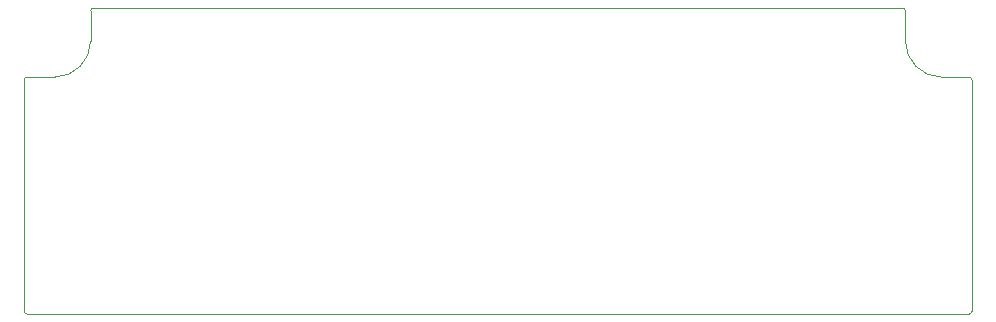
<source format=gbr>
%TF.GenerationSoftware,KiCad,Pcbnew,(5.1.9)-1*%
%TF.CreationDate,2021-03-27T12:54:39-03:00*%
%TF.ProjectId,layout3,6c61796f-7574-4332-9e6b-696361645f70,rev?*%
%TF.SameCoordinates,Original*%
%TF.FileFunction,Profile,NP*%
%FSLAX46Y46*%
G04 Gerber Fmt 4.6, Leading zero omitted, Abs format (unit mm)*
G04 Created by KiCad (PCBNEW (5.1.9)-1) date 2021-03-27 12:54:39*
%MOMM*%
%LPD*%
G01*
G04 APERTURE LIST*
%TA.AperFunction,Profile*%
%ADD10C,0.050000*%
%TD*%
G04 APERTURE END LIST*
D10*
X149301200Y-63500000D02*
G75*
G02*
X149555200Y-63754000I0J-254000D01*
G01*
X149555200Y-66294000D02*
X149555200Y-63754000D01*
X154940000Y-69342000D02*
G75*
G02*
X155194000Y-69596000I0J-254000D01*
G01*
X152603200Y-69342000D02*
X154940000Y-69342000D01*
X152603200Y-69342000D02*
G75*
G02*
X149555200Y-66294000I0J3048000D01*
G01*
X80568800Y-66294000D02*
G75*
G02*
X77520800Y-69342000I-3048000J0D01*
G01*
X155194000Y-89154000D02*
G75*
G02*
X154940000Y-89408000I-254000J0D01*
G01*
X75184000Y-89408000D02*
G75*
G02*
X74930000Y-89154000I0J254000D01*
G01*
X74930000Y-69596000D02*
G75*
G02*
X75184000Y-69342000I254000J0D01*
G01*
X80568800Y-63754000D02*
G75*
G02*
X80822800Y-63500000I254000J0D01*
G01*
X77520800Y-69342000D02*
X75184000Y-69342000D01*
X80568800Y-66294000D02*
X80568800Y-63754000D01*
X80822800Y-63500000D02*
X149301200Y-63500000D01*
X155194000Y-69596000D02*
X155194000Y-89154000D01*
X75184000Y-89408000D02*
X154940000Y-89408000D01*
X74930000Y-69596000D02*
X74930000Y-89154000D01*
M02*

</source>
